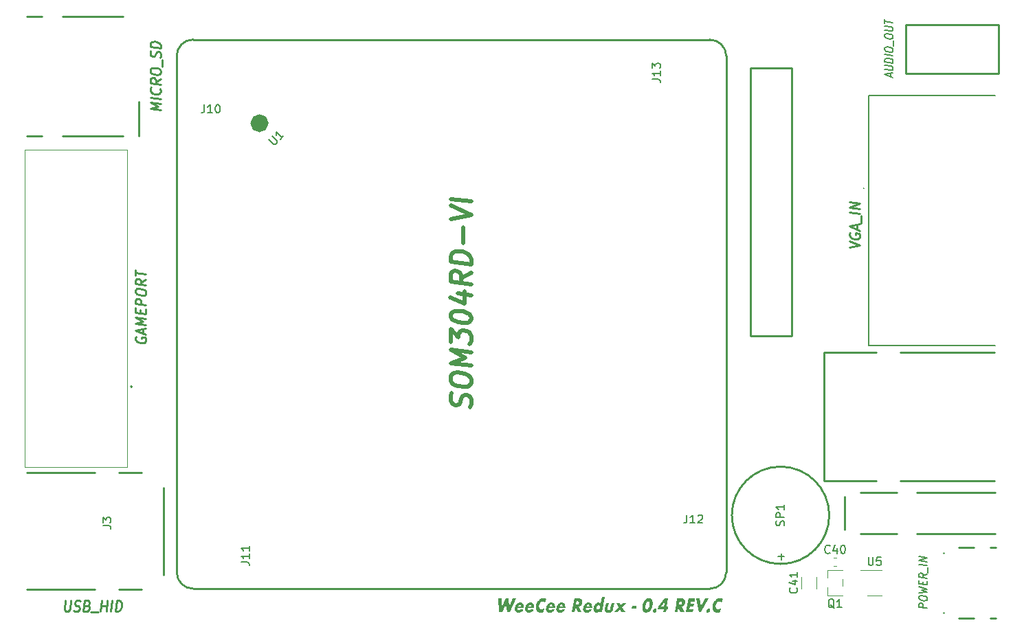
<source format=gbr>
%TF.GenerationSoftware,KiCad,Pcbnew,9.0.0*%
%TF.CreationDate,2025-05-16T22:45:05-04:00*%
%TF.ProjectId,REV.C,5245562e-432e-46b6-9963-61645f706362,0.1*%
%TF.SameCoordinates,Original*%
%TF.FileFunction,Legend,Top*%
%TF.FilePolarity,Positive*%
%FSLAX46Y46*%
G04 Gerber Fmt 4.6, Leading zero omitted, Abs format (unit mm)*
G04 Created by KiCad (PCBNEW 9.0.0) date 2025-05-16 22:45:05*
%MOMM*%
%LPD*%
G01*
G04 APERTURE LIST*
%ADD10C,0.300000*%
%ADD11C,0.150000*%
%ADD12C,0.200000*%
%ADD13C,0.240000*%
%ADD14C,0.500000*%
%ADD15C,0.180000*%
%ADD16C,0.203200*%
%ADD17C,0.120000*%
%ADD18C,0.254000*%
%ADD19C,0.100000*%
%ADD20C,1.127631*%
G04 APERTURE END LIST*
D10*
G36*
X154342344Y-133747288D02*
G01*
X154391584Y-134845794D01*
X154898339Y-133747288D01*
X155197536Y-133747288D01*
X155304221Y-134845794D01*
X155753531Y-133747288D01*
X156146420Y-133747288D01*
X155405778Y-135448000D01*
X155022463Y-135448000D01*
X154917487Y-134462431D01*
X154454842Y-135448000D01*
X154071528Y-135448000D01*
X153949455Y-133747288D01*
X154342344Y-133747288D01*
G37*
G36*
X156743798Y-134251848D02*
G01*
X156811872Y-134264899D01*
X156879271Y-134289306D01*
X156885010Y-134292047D01*
X156948354Y-134331120D01*
X157000928Y-134381513D01*
X157029993Y-134421398D01*
X157064726Y-134490091D01*
X157088400Y-134569556D01*
X157098039Y-134628516D01*
X157102874Y-134707979D01*
X157099428Y-134793471D01*
X157089246Y-134875570D01*
X157084361Y-134904022D01*
X157076496Y-134947790D01*
X156337906Y-134947790D01*
X156329940Y-135032787D01*
X156343619Y-135109723D01*
X156389546Y-135168341D01*
X156456239Y-135193987D01*
X156505457Y-135197895D01*
X156573377Y-135187858D01*
X156639605Y-135153632D01*
X156692098Y-135101441D01*
X156696943Y-135095117D01*
X157036147Y-135095117D01*
X157001287Y-135167121D01*
X156962357Y-135232042D01*
X156904120Y-135307586D01*
X156838649Y-135370539D01*
X156765944Y-135420902D01*
X156686005Y-135458674D01*
X156598832Y-135483856D01*
X156528704Y-135494479D01*
X156454508Y-135498020D01*
X156379735Y-135493670D01*
X156310572Y-135480618D01*
X156240973Y-135456211D01*
X156234982Y-135453471D01*
X156173677Y-135418678D01*
X156116567Y-135370611D01*
X156080425Y-135327637D01*
X156041636Y-135261929D01*
X156014003Y-135187319D01*
X156001779Y-135132633D01*
X155993713Y-135051265D01*
X155995636Y-134971764D01*
X156006375Y-134886996D01*
X156007934Y-134878230D01*
X156025368Y-134798745D01*
X156048049Y-134723835D01*
X156048508Y-134722696D01*
X156388513Y-134722696D01*
X156789951Y-134722696D01*
X156777812Y-134641314D01*
X156744131Y-134577713D01*
X156683904Y-134533159D01*
X156622400Y-134522612D01*
X156550858Y-134534118D01*
X156488182Y-134568637D01*
X156480495Y-134574978D01*
X156429970Y-134633516D01*
X156394609Y-134705195D01*
X156388513Y-134722696D01*
X156048508Y-134722696D01*
X156079405Y-134645967D01*
X156093761Y-134616401D01*
X156133698Y-134546808D01*
X156178712Y-134484083D01*
X156228800Y-134428228D01*
X156239427Y-134417881D01*
X156295306Y-134370292D01*
X156355660Y-134330106D01*
X156420489Y-134297324D01*
X156433991Y-134291656D01*
X156503688Y-134268369D01*
X156576858Y-134253707D01*
X156645680Y-134247885D01*
X156669246Y-134247497D01*
X156743798Y-134251848D01*
G37*
G36*
X158011712Y-134251848D02*
G01*
X158079786Y-134264899D01*
X158147185Y-134289306D01*
X158152923Y-134292047D01*
X158216268Y-134331120D01*
X158268841Y-134381513D01*
X158297906Y-134421398D01*
X158332640Y-134490091D01*
X158356314Y-134569556D01*
X158365952Y-134628516D01*
X158370787Y-134707979D01*
X158367341Y-134793471D01*
X158357159Y-134875570D01*
X158352274Y-134904022D01*
X158344410Y-134947790D01*
X157605819Y-134947790D01*
X157597853Y-135032787D01*
X157611532Y-135109723D01*
X157657459Y-135168341D01*
X157724152Y-135193987D01*
X157773370Y-135197895D01*
X157841291Y-135187858D01*
X157907518Y-135153632D01*
X157960011Y-135101441D01*
X157964856Y-135095117D01*
X158304061Y-135095117D01*
X158269200Y-135167121D01*
X158230270Y-135232042D01*
X158172033Y-135307586D01*
X158106563Y-135370539D01*
X158033858Y-135420902D01*
X157953918Y-135458674D01*
X157866745Y-135483856D01*
X157796618Y-135494479D01*
X157722421Y-135498020D01*
X157647648Y-135493670D01*
X157578486Y-135480618D01*
X157508886Y-135456211D01*
X157502896Y-135453471D01*
X157441590Y-135418678D01*
X157384481Y-135370611D01*
X157348339Y-135327637D01*
X157309550Y-135261929D01*
X157281917Y-135187319D01*
X157269692Y-135132633D01*
X157261626Y-135051265D01*
X157263550Y-134971764D01*
X157274289Y-134886996D01*
X157275847Y-134878230D01*
X157293281Y-134798745D01*
X157315963Y-134723835D01*
X157316422Y-134722696D01*
X157656427Y-134722696D01*
X158057864Y-134722696D01*
X158045725Y-134641314D01*
X158012044Y-134577713D01*
X157951817Y-134533159D01*
X157890314Y-134522612D01*
X157818772Y-134534118D01*
X157756095Y-134568637D01*
X157748408Y-134574978D01*
X157697884Y-134633516D01*
X157662522Y-134705195D01*
X157656427Y-134722696D01*
X157316422Y-134722696D01*
X157347318Y-134645967D01*
X157361674Y-134616401D01*
X157401612Y-134546808D01*
X157446625Y-134484083D01*
X157496714Y-134428228D01*
X157507341Y-134417881D01*
X157563220Y-134370292D01*
X157623574Y-134330106D01*
X157688402Y-134297324D01*
X157701905Y-134291656D01*
X157771602Y-134268369D01*
X157844771Y-134253707D01*
X157913593Y-134247885D01*
X157937159Y-134247497D01*
X158011712Y-134251848D01*
G37*
G36*
X159749099Y-134311977D02*
G01*
X159709653Y-134247566D01*
X159655003Y-134189262D01*
X159591059Y-134149098D01*
X159517821Y-134127072D01*
X159459818Y-134122445D01*
X159386730Y-134129476D01*
X159315867Y-134150569D01*
X159296029Y-134159179D01*
X159234390Y-134193093D01*
X159173691Y-134239426D01*
X159153440Y-134258439D01*
X159101426Y-134318054D01*
X159059105Y-134381582D01*
X159044361Y-134408111D01*
X159011925Y-134480857D01*
X158988518Y-134558117D01*
X158980760Y-134595299D01*
X158970897Y-134676414D01*
X158972393Y-134757710D01*
X158975973Y-134785222D01*
X158995127Y-134861575D01*
X159028808Y-134932039D01*
X159031367Y-134936066D01*
X159078555Y-134993024D01*
X159137369Y-135036499D01*
X159202334Y-135062585D01*
X159270289Y-135072523D01*
X159285771Y-135072842D01*
X159364745Y-135064091D01*
X159432176Y-135042659D01*
X159499368Y-135008367D01*
X159566318Y-134961216D01*
X159621927Y-134912100D01*
X159644124Y-134889953D01*
X159549064Y-135412829D01*
X159508032Y-135428460D01*
X159440648Y-135452732D01*
X159372424Y-135472949D01*
X159337745Y-135481217D01*
X159266274Y-135493278D01*
X159196755Y-135497955D01*
X159187634Y-135498020D01*
X159114779Y-135493868D01*
X159044959Y-135481412D01*
X158978174Y-135460651D01*
X158914424Y-135431586D01*
X158847738Y-135389732D01*
X158787707Y-135339345D01*
X158734329Y-135280427D01*
X158707550Y-135244008D01*
X158665283Y-135172309D01*
X158634252Y-135102608D01*
X158609376Y-135027290D01*
X158592658Y-134956778D01*
X158580541Y-134871611D01*
X158577015Y-134782584D01*
X158580977Y-134701520D01*
X158591516Y-134617502D01*
X158595736Y-134592954D01*
X158613994Y-134508508D01*
X158637651Y-134427167D01*
X158666709Y-134348929D01*
X158701165Y-134273796D01*
X158723279Y-134232256D01*
X158765258Y-134162637D01*
X158810411Y-134097393D01*
X158858739Y-134036525D01*
X158910240Y-133980033D01*
X158941095Y-133949716D01*
X158997293Y-133900228D01*
X159055781Y-133855715D01*
X159116560Y-133816175D01*
X159179630Y-133781610D01*
X159216699Y-133764092D01*
X159282272Y-133738053D01*
X159357333Y-133716127D01*
X159432523Y-133702553D01*
X159507840Y-133697332D01*
X159517264Y-133697267D01*
X159585926Y-133700814D01*
X159657472Y-133712568D01*
X159682421Y-133718760D01*
X159752620Y-133741713D01*
X159819212Y-133771063D01*
X159845184Y-133784413D01*
X159749099Y-134311977D01*
G37*
G36*
X160585836Y-134251848D02*
G01*
X160653910Y-134264899D01*
X160721309Y-134289306D01*
X160727048Y-134292047D01*
X160790392Y-134331120D01*
X160842965Y-134381513D01*
X160872030Y-134421398D01*
X160906764Y-134490091D01*
X160930438Y-134569556D01*
X160940076Y-134628516D01*
X160944912Y-134707979D01*
X160941465Y-134793471D01*
X160931283Y-134875570D01*
X160926399Y-134904022D01*
X160918534Y-134947790D01*
X160179944Y-134947790D01*
X160171978Y-135032787D01*
X160185656Y-135109723D01*
X160231583Y-135168341D01*
X160298276Y-135193987D01*
X160347494Y-135197895D01*
X160415415Y-135187858D01*
X160481642Y-135153632D01*
X160534135Y-135101441D01*
X160538981Y-135095117D01*
X160878185Y-135095117D01*
X160843324Y-135167121D01*
X160804394Y-135232042D01*
X160746158Y-135307586D01*
X160680687Y-135370539D01*
X160607982Y-135420902D01*
X160528043Y-135458674D01*
X160440869Y-135483856D01*
X160370742Y-135494479D01*
X160296545Y-135498020D01*
X160221773Y-135493670D01*
X160152610Y-135480618D01*
X160083010Y-135456211D01*
X160077020Y-135453471D01*
X160015714Y-135418678D01*
X159958605Y-135370611D01*
X159922463Y-135327637D01*
X159883674Y-135261929D01*
X159856041Y-135187319D01*
X159843817Y-135132633D01*
X159835750Y-135051265D01*
X159837674Y-134971764D01*
X159848413Y-134886996D01*
X159849972Y-134878230D01*
X159867406Y-134798745D01*
X159890087Y-134723835D01*
X159890546Y-134722696D01*
X160230551Y-134722696D01*
X160631988Y-134722696D01*
X160619849Y-134641314D01*
X160586168Y-134577713D01*
X160525942Y-134533159D01*
X160464438Y-134522612D01*
X160392896Y-134534118D01*
X160330220Y-134568637D01*
X160322533Y-134574978D01*
X160272008Y-134633516D01*
X160236647Y-134705195D01*
X160230551Y-134722696D01*
X159890546Y-134722696D01*
X159921442Y-134645967D01*
X159935799Y-134616401D01*
X159975736Y-134546808D01*
X160020749Y-134484083D01*
X160070838Y-134428228D01*
X160081465Y-134417881D01*
X160137344Y-134370292D01*
X160197698Y-134330106D01*
X160262526Y-134297324D01*
X160276029Y-134291656D01*
X160345726Y-134268369D01*
X160418896Y-134253707D01*
X160487718Y-134247885D01*
X160511284Y-134247497D01*
X160585836Y-134251848D01*
G37*
G36*
X161853749Y-134251848D02*
G01*
X161921823Y-134264899D01*
X161989223Y-134289306D01*
X161994961Y-134292047D01*
X162058306Y-134331120D01*
X162110879Y-134381513D01*
X162139944Y-134421398D01*
X162174677Y-134490091D01*
X162198351Y-134569556D01*
X162207990Y-134628516D01*
X162212825Y-134707979D01*
X162209379Y-134793471D01*
X162199197Y-134875570D01*
X162194312Y-134904022D01*
X162186448Y-134947790D01*
X161447857Y-134947790D01*
X161439891Y-135032787D01*
X161453570Y-135109723D01*
X161499497Y-135168341D01*
X161566190Y-135193987D01*
X161615408Y-135197895D01*
X161683328Y-135187858D01*
X161749556Y-135153632D01*
X161802049Y-135101441D01*
X161806894Y-135095117D01*
X162146099Y-135095117D01*
X162111238Y-135167121D01*
X162072308Y-135232042D01*
X162014071Y-135307586D01*
X161948600Y-135370539D01*
X161875895Y-135420902D01*
X161795956Y-135458674D01*
X161708783Y-135483856D01*
X161638655Y-135494479D01*
X161564459Y-135498020D01*
X161489686Y-135493670D01*
X161420523Y-135480618D01*
X161350924Y-135456211D01*
X161344933Y-135453471D01*
X161283628Y-135418678D01*
X161226518Y-135370611D01*
X161190376Y-135327637D01*
X161151588Y-135261929D01*
X161123954Y-135187319D01*
X161111730Y-135132633D01*
X161103664Y-135051265D01*
X161105587Y-134971764D01*
X161116326Y-134886996D01*
X161117885Y-134878230D01*
X161135319Y-134798745D01*
X161158000Y-134723835D01*
X161158459Y-134722696D01*
X161498464Y-134722696D01*
X161899902Y-134722696D01*
X161887763Y-134641314D01*
X161854082Y-134577713D01*
X161793855Y-134533159D01*
X161732351Y-134522612D01*
X161660809Y-134534118D01*
X161598133Y-134568637D01*
X161590446Y-134574978D01*
X161539921Y-134633516D01*
X161504560Y-134705195D01*
X161498464Y-134722696D01*
X161158459Y-134722696D01*
X161189356Y-134645967D01*
X161203712Y-134616401D01*
X161243650Y-134546808D01*
X161288663Y-134484083D01*
X161338752Y-134428228D01*
X161349378Y-134417881D01*
X161405258Y-134370292D01*
X161465611Y-134330106D01*
X161530440Y-134297324D01*
X161543942Y-134291656D01*
X161613639Y-134268369D01*
X161686809Y-134253707D01*
X161755631Y-134247885D01*
X161779197Y-134247497D01*
X161853749Y-134251848D01*
G37*
G36*
X163984869Y-133745195D02*
G01*
X164055691Y-133759380D01*
X164117383Y-133783631D01*
X164178687Y-133823335D01*
X164230822Y-133877490D01*
X164245952Y-133899695D01*
X164279565Y-133968393D01*
X164300219Y-134045917D01*
X164303740Y-134069688D01*
X164308380Y-134150119D01*
X164303147Y-134228484D01*
X164295875Y-134276025D01*
X164277143Y-134358793D01*
X164252062Y-134434418D01*
X164215624Y-134512099D01*
X164170894Y-134580450D01*
X164158415Y-134596080D01*
X164103769Y-134652476D01*
X164041386Y-134698956D01*
X163971267Y-134735519D01*
X163903567Y-134759377D01*
X163893412Y-134762166D01*
X164220648Y-135460505D01*
X163752875Y-135460505D01*
X163495736Y-134805152D01*
X163376399Y-135460505D01*
X163010181Y-135460505D01*
X163181693Y-134517923D01*
X163548053Y-134517923D01*
X163622937Y-134517923D01*
X163692407Y-134512618D01*
X163763958Y-134492248D01*
X163813740Y-134463603D01*
X163867063Y-134407023D01*
X163899572Y-134332341D01*
X163905038Y-134307678D01*
X163907516Y-134227825D01*
X163873745Y-134155195D01*
X163870502Y-134151754D01*
X163806709Y-134112765D01*
X163734901Y-134098760D01*
X163699532Y-134097434D01*
X163624647Y-134097434D01*
X163548053Y-134517923D01*
X163181693Y-134517923D01*
X163323056Y-133741035D01*
X163912561Y-133741035D01*
X163984869Y-133745195D01*
G37*
G36*
X165155522Y-134251848D02*
G01*
X165223596Y-134264899D01*
X165290995Y-134289306D01*
X165296734Y-134292047D01*
X165360078Y-134331120D01*
X165412651Y-134381513D01*
X165441716Y-134421398D01*
X165476450Y-134490091D01*
X165500124Y-134569556D01*
X165509762Y-134628516D01*
X165514597Y-134707979D01*
X165511151Y-134793471D01*
X165500969Y-134875570D01*
X165496085Y-134904022D01*
X165488220Y-134947790D01*
X164749630Y-134947790D01*
X164741664Y-135032787D01*
X164755342Y-135109723D01*
X164801269Y-135168341D01*
X164867962Y-135193987D01*
X164917180Y-135197895D01*
X164985101Y-135187858D01*
X165051328Y-135153632D01*
X165103821Y-135101441D01*
X165108667Y-135095117D01*
X165447871Y-135095117D01*
X165413010Y-135167121D01*
X165374080Y-135232042D01*
X165315844Y-135307586D01*
X165250373Y-135370539D01*
X165177668Y-135420902D01*
X165097729Y-135458674D01*
X165010555Y-135483856D01*
X164940428Y-135494479D01*
X164866231Y-135498020D01*
X164791459Y-135493670D01*
X164722296Y-135480618D01*
X164652696Y-135456211D01*
X164646706Y-135453471D01*
X164585400Y-135418678D01*
X164528291Y-135370611D01*
X164492149Y-135327637D01*
X164453360Y-135261929D01*
X164425727Y-135187319D01*
X164413503Y-135132633D01*
X164405436Y-135051265D01*
X164407360Y-134971764D01*
X164418099Y-134886996D01*
X164419658Y-134878230D01*
X164437091Y-134798745D01*
X164459773Y-134723835D01*
X164460232Y-134722696D01*
X164800237Y-134722696D01*
X165201674Y-134722696D01*
X165189535Y-134641314D01*
X165155854Y-134577713D01*
X165095627Y-134533159D01*
X165034124Y-134522612D01*
X164962582Y-134534118D01*
X164899906Y-134568637D01*
X164892219Y-134574978D01*
X164841694Y-134633516D01*
X164806333Y-134705195D01*
X164800237Y-134722696D01*
X164460232Y-134722696D01*
X164491128Y-134645967D01*
X164505484Y-134616401D01*
X164545422Y-134546808D01*
X164590435Y-134484083D01*
X164640524Y-134428228D01*
X164651151Y-134417881D01*
X164707030Y-134370292D01*
X164767384Y-134330106D01*
X164832212Y-134297324D01*
X164845715Y-134291656D01*
X164915412Y-134268369D01*
X164988582Y-134253707D01*
X165057404Y-134247885D01*
X165080969Y-134247497D01*
X165155522Y-134251848D01*
G37*
G36*
X166718520Y-135448000D02*
G01*
X166376238Y-135448000D01*
X166400858Y-135313177D01*
X166346810Y-135367496D01*
X166289300Y-135410575D01*
X166217829Y-135446631D01*
X166141646Y-135467391D01*
X166072595Y-135473010D01*
X166002320Y-135467423D01*
X165932661Y-135448582D01*
X165885212Y-135425725D01*
X165824442Y-135381307D01*
X165773266Y-135324893D01*
X165752882Y-135294810D01*
X165716907Y-135221772D01*
X165693818Y-135145879D01*
X165684836Y-135097853D01*
X165678125Y-135018038D01*
X165681030Y-134933882D01*
X165681142Y-134933062D01*
X166053233Y-134933062D01*
X166056182Y-134957560D01*
X166081539Y-135032103D01*
X166086957Y-135041189D01*
X166139376Y-135092806D01*
X166146113Y-135096681D01*
X166214914Y-135116124D01*
X166229204Y-135116611D01*
X166298894Y-135104446D01*
X166318108Y-135096681D01*
X166378952Y-135057993D01*
X166397096Y-135041189D01*
X166445246Y-134981471D01*
X166458988Y-134958732D01*
X166488357Y-134887889D01*
X166495233Y-134858300D01*
X166498714Y-134778224D01*
X166495575Y-134757085D01*
X166469545Y-134682542D01*
X166464117Y-134673457D01*
X166411698Y-134621839D01*
X166404961Y-134617965D01*
X166337467Y-134598140D01*
X166323579Y-134597644D01*
X166253889Y-134610047D01*
X166234675Y-134617965D01*
X166173959Y-134656653D01*
X166155687Y-134673457D01*
X166107730Y-134732515D01*
X166094138Y-134754741D01*
X166064197Y-134827574D01*
X166058234Y-134854001D01*
X166053233Y-134933062D01*
X165681142Y-134933062D01*
X165692016Y-134853610D01*
X165709360Y-134777162D01*
X165733183Y-134703157D01*
X165763483Y-134631593D01*
X165770321Y-134617574D01*
X165807493Y-134550468D01*
X165853783Y-134482999D01*
X165905729Y-134422180D01*
X165963001Y-134368618D01*
X166024799Y-134323461D01*
X166084905Y-134289702D01*
X166154365Y-134262113D01*
X166225926Y-134245977D01*
X166292805Y-134241244D01*
X166368387Y-134248575D01*
X166435363Y-134270566D01*
X166501368Y-134313650D01*
X166556132Y-134375883D01*
X166568066Y-134394434D01*
X166717494Y-133572214D01*
X167059776Y-133572214D01*
X166718520Y-135448000D01*
G37*
G36*
X167551828Y-134297518D02*
G01*
X167432149Y-134956387D01*
X167425382Y-135040745D01*
X167447793Y-135118760D01*
X167505203Y-135162525D01*
X167574054Y-135172884D01*
X167646967Y-135162525D01*
X167713586Y-135125314D01*
X167762382Y-135061042D01*
X167790458Y-134982604D01*
X167795973Y-134956387D01*
X167915652Y-134297518D01*
X168258276Y-134297518D01*
X168125261Y-135028293D01*
X168105362Y-135112245D01*
X168077721Y-135187954D01*
X168042338Y-135255420D01*
X167991273Y-135323712D01*
X167929672Y-135380784D01*
X167868531Y-135420626D01*
X167799745Y-135452225D01*
X167723313Y-135475581D01*
X167653780Y-135488747D01*
X167578937Y-135496189D01*
X167515240Y-135498020D01*
X167437382Y-135495158D01*
X167366870Y-135486572D01*
X167291953Y-135468711D01*
X167217921Y-135437456D01*
X167158287Y-135394980D01*
X167143893Y-135380784D01*
X167098394Y-135314643D01*
X167072001Y-135233847D01*
X167064579Y-135151130D01*
X167069860Y-135071299D01*
X167076531Y-135028293D01*
X167209546Y-134297518D01*
X167551828Y-134297518D01*
G37*
G36*
X168786231Y-134824301D02*
G01*
X168483272Y-134297518D01*
X168935659Y-134297518D01*
X169061151Y-134535117D01*
X169276915Y-134297518D01*
X169729644Y-134297518D01*
X169225282Y-134824692D01*
X169604494Y-135448000D01*
X169144242Y-135448000D01*
X168955150Y-135107232D01*
X168640223Y-135448000D01*
X168182023Y-135448000D01*
X168786231Y-134824301D01*
G37*
G36*
X170442930Y-134672675D02*
G01*
X170999609Y-134672675D01*
X170936008Y-135022822D01*
X170379330Y-135022822D01*
X170442930Y-134672675D01*
G37*
G36*
X172576439Y-133702367D02*
G01*
X172643935Y-133717669D01*
X172712904Y-133746634D01*
X172738715Y-133761747D01*
X172797867Y-133807237D01*
X172848804Y-133863108D01*
X172891527Y-133929359D01*
X172899085Y-133943854D01*
X172931683Y-134021898D01*
X172953541Y-134100294D01*
X172968312Y-134186418D01*
X172972602Y-134227176D01*
X172976727Y-134312563D01*
X172975042Y-134391124D01*
X172968415Y-134473275D01*
X172956847Y-134559017D01*
X172950376Y-134596862D01*
X172932387Y-134683990D01*
X172910733Y-134767565D01*
X172885413Y-134847587D01*
X172856428Y-134924056D01*
X172838220Y-134966157D01*
X172804149Y-135036557D01*
X172762005Y-135111472D01*
X172716441Y-135180477D01*
X172667458Y-135243571D01*
X172661095Y-135251042D01*
X172608714Y-135306876D01*
X172553469Y-135355969D01*
X172495361Y-135398321D01*
X172434389Y-135433931D01*
X172363646Y-135464912D01*
X172291443Y-135485753D01*
X172217780Y-135496456D01*
X172176224Y-135498020D01*
X172102512Y-135492951D01*
X172034481Y-135477742D01*
X171965552Y-135448952D01*
X171939944Y-135433931D01*
X171881413Y-135388365D01*
X171830630Y-135332265D01*
X171787593Y-135265633D01*
X171779916Y-135251042D01*
X171749826Y-135180477D01*
X171726878Y-135102431D01*
X171711070Y-135016904D01*
X171705373Y-134966157D01*
X171701398Y-134880794D01*
X171703179Y-134802295D01*
X171703392Y-134799681D01*
X172074668Y-134799681D01*
X172079762Y-134879720D01*
X172095526Y-134957560D01*
X172127824Y-135029337D01*
X172153998Y-135061119D01*
X172218589Y-135094947D01*
X172249057Y-135097853D01*
X172316644Y-135083504D01*
X172356427Y-135061119D01*
X172412638Y-135010272D01*
X172452170Y-134957560D01*
X172490853Y-134889588D01*
X172523298Y-134816541D01*
X172529790Y-134799681D01*
X172555259Y-134722093D01*
X172574661Y-134644635D01*
X172584159Y-134596862D01*
X172596148Y-134517214D01*
X172602625Y-134436387D01*
X172603307Y-134395215D01*
X172598609Y-134314312D01*
X172583475Y-134236946D01*
X172551658Y-134166176D01*
X172525003Y-134134559D01*
X172460842Y-134100371D01*
X172431311Y-134097434D01*
X172362229Y-134111936D01*
X172322575Y-134134559D01*
X172266868Y-134185035D01*
X172226831Y-134236946D01*
X172187582Y-134304420D01*
X172154745Y-134378086D01*
X172148185Y-134395215D01*
X172122773Y-134472987D01*
X172103523Y-134549813D01*
X172094159Y-134596862D01*
X172081961Y-134677590D01*
X172075367Y-134758721D01*
X172074668Y-134799681D01*
X171703392Y-134799681D01*
X171709869Y-134720243D01*
X171721467Y-134634638D01*
X171727941Y-134596862D01*
X171745914Y-134509582D01*
X171767519Y-134425892D01*
X171792757Y-134345793D01*
X171821627Y-134269284D01*
X171839755Y-134227176D01*
X171873992Y-134156851D01*
X171916366Y-134082205D01*
X171962202Y-134013664D01*
X172011500Y-133951229D01*
X172017906Y-133943854D01*
X172070650Y-133888362D01*
X172125959Y-133839514D01*
X172183832Y-133797309D01*
X172244270Y-133761747D01*
X172314706Y-133730577D01*
X172387144Y-133709609D01*
X172461583Y-133698841D01*
X172503803Y-133697267D01*
X172576439Y-133702367D01*
G37*
G36*
X173008164Y-135235801D02*
G01*
X173030721Y-135160947D01*
X173044068Y-135133415D01*
X173087254Y-135070577D01*
X173107327Y-135049395D01*
X173164791Y-135005631D01*
X173189392Y-134993122D01*
X173257674Y-134974071D01*
X173280690Y-134972801D01*
X173349834Y-134986216D01*
X173364124Y-134993122D01*
X173419737Y-135040566D01*
X173426015Y-135049395D01*
X173456795Y-135121587D01*
X173459183Y-135133415D01*
X173461270Y-135212336D01*
X173457815Y-135235801D01*
X173435258Y-135310138D01*
X173421912Y-135337797D01*
X173378549Y-135400635D01*
X173358311Y-135421817D01*
X173300670Y-135465221D01*
X173275903Y-135477699D01*
X173207943Y-135496750D01*
X173184947Y-135498020D01*
X173115577Y-135484605D01*
X173101172Y-135477699D01*
X173045895Y-135430554D01*
X173039623Y-135421817D01*
X173009179Y-135349625D01*
X173006796Y-135337797D01*
X173004709Y-135258981D01*
X173008164Y-135235801D01*
G37*
G36*
X174726413Y-134747706D02*
G01*
X174897725Y-134747706D01*
X174833782Y-135097853D01*
X174662470Y-135097853D01*
X174598869Y-135448000D01*
X174256245Y-135448000D01*
X174319846Y-135097853D01*
X173613740Y-135097853D01*
X173667424Y-134803589D01*
X173707150Y-134747706D01*
X174048004Y-134747706D01*
X174383789Y-134747706D01*
X174504152Y-134086101D01*
X174048004Y-134747706D01*
X173707150Y-134747706D01*
X174418325Y-133747288D01*
X174908325Y-133747288D01*
X174726413Y-134747706D01*
G37*
G36*
X176648958Y-133745195D02*
G01*
X176719781Y-133759380D01*
X176781472Y-133783631D01*
X176842776Y-133823335D01*
X176894911Y-133877490D01*
X176910041Y-133899695D01*
X176943654Y-133968393D01*
X176964308Y-134045917D01*
X176967829Y-134069688D01*
X176972470Y-134150119D01*
X176967237Y-134228484D01*
X176959965Y-134276025D01*
X176941232Y-134358793D01*
X176916151Y-134434418D01*
X176879713Y-134512099D01*
X176834983Y-134580450D01*
X176822505Y-134596080D01*
X176767858Y-134652476D01*
X176705476Y-134698956D01*
X176635357Y-134735519D01*
X176567656Y-134759377D01*
X176557501Y-134762166D01*
X176884738Y-135460505D01*
X176416964Y-135460505D01*
X176159825Y-134805152D01*
X176040488Y-135460505D01*
X175674270Y-135460505D01*
X175845782Y-134517923D01*
X176212142Y-134517923D01*
X176287027Y-134517923D01*
X176356497Y-134512618D01*
X176428048Y-134492248D01*
X176477829Y-134463603D01*
X176531152Y-134407023D01*
X176563662Y-134332341D01*
X176569127Y-134307678D01*
X176571605Y-134227825D01*
X176537834Y-134155195D01*
X176534591Y-134151754D01*
X176470798Y-134112765D01*
X176398991Y-134098760D01*
X176363621Y-134097434D01*
X176288736Y-134097434D01*
X176212142Y-134517923D01*
X175845782Y-134517923D01*
X175987145Y-133741035D01*
X176576650Y-133741035D01*
X176648958Y-133745195D01*
G37*
G36*
X178131451Y-134122445D02*
G01*
X177673593Y-134122445D01*
X177623670Y-134397560D01*
X178060327Y-134397560D01*
X177991939Y-134772717D01*
X177555282Y-134772717D01*
X177500914Y-135072842D01*
X177958771Y-135072842D01*
X177890383Y-135448000D01*
X177066308Y-135448000D01*
X177375764Y-133747288D01*
X178199839Y-133747288D01*
X178131451Y-134122445D01*
G37*
G36*
X178750362Y-133747288D02*
G01*
X178910732Y-134782487D01*
X179450314Y-133747288D01*
X179858590Y-133747288D01*
X178939455Y-135448000D01*
X178640258Y-135448000D01*
X178342086Y-133747288D01*
X178750362Y-133747288D01*
G37*
G36*
X179591193Y-135235801D02*
G01*
X179613750Y-135160947D01*
X179627096Y-135133415D01*
X179670283Y-135070577D01*
X179690355Y-135049395D01*
X179747819Y-135005631D01*
X179772421Y-134993122D01*
X179840702Y-134974071D01*
X179863719Y-134972801D01*
X179932863Y-134986216D01*
X179947152Y-134993122D01*
X180002766Y-135040566D01*
X180009043Y-135049395D01*
X180039823Y-135121587D01*
X180042212Y-135133415D01*
X180044299Y-135212336D01*
X180040844Y-135235801D01*
X180018287Y-135310138D01*
X180004940Y-135337797D01*
X179961577Y-135400635D01*
X179941339Y-135421817D01*
X179883699Y-135465221D01*
X179858932Y-135477699D01*
X179790971Y-135496750D01*
X179767976Y-135498020D01*
X179698606Y-135484605D01*
X179684200Y-135477699D01*
X179628924Y-135430554D01*
X179622651Y-135421817D01*
X179592208Y-135349625D01*
X179589825Y-135337797D01*
X179587738Y-135258981D01*
X179591193Y-135235801D01*
G37*
G36*
X181506057Y-134311977D02*
G01*
X181466611Y-134247566D01*
X181411960Y-134189262D01*
X181348016Y-134149098D01*
X181274778Y-134127072D01*
X181216775Y-134122445D01*
X181143687Y-134129476D01*
X181072824Y-134150569D01*
X181052986Y-134159179D01*
X180991348Y-134193093D01*
X180930648Y-134239426D01*
X180910397Y-134258439D01*
X180858384Y-134318054D01*
X180816063Y-134381582D01*
X180801318Y-134408111D01*
X180768882Y-134480857D01*
X180745475Y-134558117D01*
X180737718Y-134595299D01*
X180727855Y-134676414D01*
X180729351Y-134757710D01*
X180732930Y-134785222D01*
X180752084Y-134861575D01*
X180785765Y-134932039D01*
X180788325Y-134936066D01*
X180835512Y-134993024D01*
X180894326Y-135036499D01*
X180959291Y-135062585D01*
X181027247Y-135072523D01*
X181042728Y-135072842D01*
X181121702Y-135064091D01*
X181189134Y-135042659D01*
X181256325Y-135008367D01*
X181323276Y-134961216D01*
X181378884Y-134912100D01*
X181401081Y-134889953D01*
X181306022Y-135412829D01*
X181264989Y-135428460D01*
X181197605Y-135452732D01*
X181129382Y-135472949D01*
X181094703Y-135481217D01*
X181023231Y-135493278D01*
X180953713Y-135497955D01*
X180944591Y-135498020D01*
X180871737Y-135493868D01*
X180801917Y-135481412D01*
X180735132Y-135460651D01*
X180671381Y-135431586D01*
X180604696Y-135389732D01*
X180544664Y-135339345D01*
X180491287Y-135280427D01*
X180464508Y-135244008D01*
X180422241Y-135172309D01*
X180391209Y-135102608D01*
X180366333Y-135027290D01*
X180349616Y-134956778D01*
X180337498Y-134871611D01*
X180333972Y-134782584D01*
X180337934Y-134701520D01*
X180348474Y-134617502D01*
X180352693Y-134592954D01*
X180370951Y-134508508D01*
X180394609Y-134427167D01*
X180423666Y-134348929D01*
X180458123Y-134273796D01*
X180480237Y-134232256D01*
X180522216Y-134162637D01*
X180567369Y-134097393D01*
X180615696Y-134036525D01*
X180667198Y-133980033D01*
X180698053Y-133949716D01*
X180754250Y-133900228D01*
X180812739Y-133855715D01*
X180873518Y-133816175D01*
X180936588Y-133781610D01*
X180973656Y-133764092D01*
X181039230Y-133738053D01*
X181114291Y-133716127D01*
X181189480Y-133702553D01*
X181264798Y-133697332D01*
X181274221Y-133697267D01*
X181342884Y-133700814D01*
X181414429Y-133712568D01*
X181439378Y-133718760D01*
X181509578Y-133741713D01*
X181576169Y-133771063D01*
X181602142Y-133784413D01*
X181506057Y-134311977D01*
G37*
D11*
X122289819Y-129257506D02*
X123004104Y-129257506D01*
X123004104Y-129257506D02*
X123146961Y-129305125D01*
X123146961Y-129305125D02*
X123242200Y-129400363D01*
X123242200Y-129400363D02*
X123289819Y-129543220D01*
X123289819Y-129543220D02*
X123289819Y-129638458D01*
X123289819Y-128257506D02*
X123289819Y-128828934D01*
X123289819Y-128543220D02*
X122289819Y-128543220D01*
X122289819Y-128543220D02*
X122432676Y-128638458D01*
X122432676Y-128638458D02*
X122527914Y-128733696D01*
X122527914Y-128733696D02*
X122575533Y-128828934D01*
X123289819Y-127305125D02*
X123289819Y-127876553D01*
X123289819Y-127590839D02*
X122289819Y-127590839D01*
X122289819Y-127590839D02*
X122432676Y-127686077D01*
X122432676Y-127686077D02*
X122527914Y-127781315D01*
X122527914Y-127781315D02*
X122575533Y-127876553D01*
X117722493Y-72889819D02*
X117722493Y-73604104D01*
X117722493Y-73604104D02*
X117674874Y-73746961D01*
X117674874Y-73746961D02*
X117579636Y-73842200D01*
X117579636Y-73842200D02*
X117436779Y-73889819D01*
X117436779Y-73889819D02*
X117341541Y-73889819D01*
X118722493Y-73889819D02*
X118151065Y-73889819D01*
X118436779Y-73889819D02*
X118436779Y-72889819D01*
X118436779Y-72889819D02*
X118341541Y-73032676D01*
X118341541Y-73032676D02*
X118246303Y-73127914D01*
X118246303Y-73127914D02*
X118151065Y-73175533D01*
X119341541Y-72889819D02*
X119436779Y-72889819D01*
X119436779Y-72889819D02*
X119532017Y-72937438D01*
X119532017Y-72937438D02*
X119579636Y-72985057D01*
X119579636Y-72985057D02*
X119627255Y-73080295D01*
X119627255Y-73080295D02*
X119674874Y-73270771D01*
X119674874Y-73270771D02*
X119674874Y-73508866D01*
X119674874Y-73508866D02*
X119627255Y-73699342D01*
X119627255Y-73699342D02*
X119579636Y-73794580D01*
X119579636Y-73794580D02*
X119532017Y-73842200D01*
X119532017Y-73842200D02*
X119436779Y-73889819D01*
X119436779Y-73889819D02*
X119341541Y-73889819D01*
X119341541Y-73889819D02*
X119246303Y-73842200D01*
X119246303Y-73842200D02*
X119198684Y-73794580D01*
X119198684Y-73794580D02*
X119151065Y-73699342D01*
X119151065Y-73699342D02*
X119103446Y-73508866D01*
X119103446Y-73508866D02*
X119103446Y-73270771D01*
X119103446Y-73270771D02*
X119151065Y-73080295D01*
X119151065Y-73080295D02*
X119198684Y-72985057D01*
X119198684Y-72985057D02*
X119246303Y-72937438D01*
X119246303Y-72937438D02*
X119341541Y-72889819D01*
X172909819Y-69727506D02*
X173624104Y-69727506D01*
X173624104Y-69727506D02*
X173766961Y-69775125D01*
X173766961Y-69775125D02*
X173862200Y-69870363D01*
X173862200Y-69870363D02*
X173909819Y-70013220D01*
X173909819Y-70013220D02*
X173909819Y-70108458D01*
X173909819Y-68727506D02*
X173909819Y-69298934D01*
X173909819Y-69013220D02*
X172909819Y-69013220D01*
X172909819Y-69013220D02*
X173052676Y-69108458D01*
X173052676Y-69108458D02*
X173147914Y-69203696D01*
X173147914Y-69203696D02*
X173195533Y-69298934D01*
X172909819Y-68394172D02*
X172909819Y-67775125D01*
X172909819Y-67775125D02*
X173290771Y-68108458D01*
X173290771Y-68108458D02*
X173290771Y-67965601D01*
X173290771Y-67965601D02*
X173338390Y-67870363D01*
X173338390Y-67870363D02*
X173386009Y-67822744D01*
X173386009Y-67822744D02*
X173481247Y-67775125D01*
X173481247Y-67775125D02*
X173719342Y-67775125D01*
X173719342Y-67775125D02*
X173814580Y-67822744D01*
X173814580Y-67822744D02*
X173862200Y-67870363D01*
X173862200Y-67870363D02*
X173909819Y-67965601D01*
X173909819Y-67965601D02*
X173909819Y-68251315D01*
X173909819Y-68251315D02*
X173862200Y-68346553D01*
X173862200Y-68346553D02*
X173814580Y-68394172D01*
X177182493Y-123449819D02*
X177182493Y-124164104D01*
X177182493Y-124164104D02*
X177134874Y-124306961D01*
X177134874Y-124306961D02*
X177039636Y-124402200D01*
X177039636Y-124402200D02*
X176896779Y-124449819D01*
X176896779Y-124449819D02*
X176801541Y-124449819D01*
X178182493Y-124449819D02*
X177611065Y-124449819D01*
X177896779Y-124449819D02*
X177896779Y-123449819D01*
X177896779Y-123449819D02*
X177801541Y-123592676D01*
X177801541Y-123592676D02*
X177706303Y-123687914D01*
X177706303Y-123687914D02*
X177611065Y-123735533D01*
X178563446Y-123545057D02*
X178611065Y-123497438D01*
X178611065Y-123497438D02*
X178706303Y-123449819D01*
X178706303Y-123449819D02*
X178944398Y-123449819D01*
X178944398Y-123449819D02*
X179039636Y-123497438D01*
X179039636Y-123497438D02*
X179087255Y-123545057D01*
X179087255Y-123545057D02*
X179134874Y-123640295D01*
X179134874Y-123640295D02*
X179134874Y-123735533D01*
X179134874Y-123735533D02*
X179087255Y-123878390D01*
X179087255Y-123878390D02*
X178515827Y-124449819D01*
X178515827Y-124449819D02*
X179134874Y-124449819D01*
X199558095Y-128654819D02*
X199558095Y-129464342D01*
X199558095Y-129464342D02*
X199605714Y-129559580D01*
X199605714Y-129559580D02*
X199653333Y-129607200D01*
X199653333Y-129607200D02*
X199748571Y-129654819D01*
X199748571Y-129654819D02*
X199939047Y-129654819D01*
X199939047Y-129654819D02*
X200034285Y-129607200D01*
X200034285Y-129607200D02*
X200081904Y-129559580D01*
X200081904Y-129559580D02*
X200129523Y-129464342D01*
X200129523Y-129464342D02*
X200129523Y-128654819D01*
X201081904Y-128654819D02*
X200605714Y-128654819D01*
X200605714Y-128654819D02*
X200558095Y-129131009D01*
X200558095Y-129131009D02*
X200605714Y-129083390D01*
X200605714Y-129083390D02*
X200700952Y-129035771D01*
X200700952Y-129035771D02*
X200939047Y-129035771D01*
X200939047Y-129035771D02*
X201034285Y-129083390D01*
X201034285Y-129083390D02*
X201081904Y-129131009D01*
X201081904Y-129131009D02*
X201129523Y-129226247D01*
X201129523Y-129226247D02*
X201129523Y-129464342D01*
X201129523Y-129464342D02*
X201081904Y-129559580D01*
X201081904Y-129559580D02*
X201034285Y-129607200D01*
X201034285Y-129607200D02*
X200939047Y-129654819D01*
X200939047Y-129654819D02*
X200700952Y-129654819D01*
X200700952Y-129654819D02*
X200605714Y-129607200D01*
X200605714Y-129607200D02*
X200558095Y-129559580D01*
D12*
X105238719Y-124775833D02*
X105953004Y-124775833D01*
X105953004Y-124775833D02*
X106095861Y-124823452D01*
X106095861Y-124823452D02*
X106191100Y-124918690D01*
X106191100Y-124918690D02*
X106238719Y-125061547D01*
X106238719Y-125061547D02*
X106238719Y-125156785D01*
X105238719Y-124394880D02*
X105238719Y-123775833D01*
X105238719Y-123775833D02*
X105619671Y-124109166D01*
X105619671Y-124109166D02*
X105619671Y-123966309D01*
X105619671Y-123966309D02*
X105667290Y-123871071D01*
X105667290Y-123871071D02*
X105714909Y-123823452D01*
X105714909Y-123823452D02*
X105810147Y-123775833D01*
X105810147Y-123775833D02*
X106048242Y-123775833D01*
X106048242Y-123775833D02*
X106143480Y-123823452D01*
X106143480Y-123823452D02*
X106191100Y-123871071D01*
X106191100Y-123871071D02*
X106238719Y-123966309D01*
X106238719Y-123966309D02*
X106238719Y-124252023D01*
X106238719Y-124252023D02*
X106191100Y-124347261D01*
X106191100Y-124347261D02*
X106143480Y-124394880D01*
D13*
X100619047Y-134008924D02*
X100487499Y-135061305D01*
X100487499Y-135061305D02*
X100529166Y-135185115D01*
X100529166Y-135185115D02*
X100578571Y-135247020D01*
X100578571Y-135247020D02*
X100685118Y-135308924D01*
X100685118Y-135308924D02*
X100913690Y-135308924D01*
X100913690Y-135308924D02*
X101035713Y-135247020D01*
X101035713Y-135247020D02*
X101100594Y-135185115D01*
X101100594Y-135185115D02*
X101173213Y-135061305D01*
X101173213Y-135061305D02*
X101304761Y-134008924D01*
X101664285Y-135247020D02*
X101827975Y-135308924D01*
X101827975Y-135308924D02*
X102113690Y-135308924D01*
X102113690Y-135308924D02*
X102235714Y-135247020D01*
X102235714Y-135247020D02*
X102300594Y-135185115D01*
X102300594Y-135185115D02*
X102373214Y-135061305D01*
X102373214Y-135061305D02*
X102388690Y-134937496D01*
X102388690Y-134937496D02*
X102347023Y-134813686D01*
X102347023Y-134813686D02*
X102297618Y-134751781D01*
X102297618Y-134751781D02*
X102191071Y-134689877D01*
X102191071Y-134689877D02*
X101970237Y-134627972D01*
X101970237Y-134627972D02*
X101863690Y-134566067D01*
X101863690Y-134566067D02*
X101814285Y-134504162D01*
X101814285Y-134504162D02*
X101772618Y-134380353D01*
X101772618Y-134380353D02*
X101788094Y-134256543D01*
X101788094Y-134256543D02*
X101860714Y-134132734D01*
X101860714Y-134132734D02*
X101925594Y-134070829D01*
X101925594Y-134070829D02*
X102047618Y-134008924D01*
X102047618Y-134008924D02*
X102333333Y-134008924D01*
X102333333Y-134008924D02*
X102497023Y-134070829D01*
X103341666Y-134627972D02*
X103505356Y-134689877D01*
X103505356Y-134689877D02*
X103554761Y-134751781D01*
X103554761Y-134751781D02*
X103596428Y-134875591D01*
X103596428Y-134875591D02*
X103573213Y-135061305D01*
X103573213Y-135061305D02*
X103500594Y-135185115D01*
X103500594Y-135185115D02*
X103435713Y-135247020D01*
X103435713Y-135247020D02*
X103313690Y-135308924D01*
X103313690Y-135308924D02*
X102856547Y-135308924D01*
X102856547Y-135308924D02*
X103019047Y-134008924D01*
X103019047Y-134008924D02*
X103419047Y-134008924D01*
X103419047Y-134008924D02*
X103525594Y-134070829D01*
X103525594Y-134070829D02*
X103574999Y-134132734D01*
X103574999Y-134132734D02*
X103616666Y-134256543D01*
X103616666Y-134256543D02*
X103601190Y-134380353D01*
X103601190Y-134380353D02*
X103528571Y-134504162D01*
X103528571Y-134504162D02*
X103463690Y-134566067D01*
X103463690Y-134566067D02*
X103341666Y-134627972D01*
X103341666Y-134627972D02*
X102941666Y-134627972D01*
X103755356Y-135432734D02*
X104669642Y-135432734D01*
X104970833Y-135308924D02*
X105133333Y-134008924D01*
X105055952Y-134627972D02*
X105741666Y-134627972D01*
X105656547Y-135308924D02*
X105819047Y-134008924D01*
X106227976Y-135308924D02*
X106390476Y-134008924D01*
X106799405Y-135308924D02*
X106961905Y-134008924D01*
X106961905Y-134008924D02*
X107247619Y-134008924D01*
X107247619Y-134008924D02*
X107411309Y-134070829D01*
X107411309Y-134070829D02*
X107510119Y-134194639D01*
X107510119Y-134194639D02*
X107551786Y-134318448D01*
X107551786Y-134318448D02*
X107577976Y-134566067D01*
X107577976Y-134566067D02*
X107554762Y-134751781D01*
X107554762Y-134751781D02*
X107466667Y-134999400D01*
X107466667Y-134999400D02*
X107394048Y-135123210D01*
X107394048Y-135123210D02*
X107264286Y-135247020D01*
X107264286Y-135247020D02*
X107085119Y-135308924D01*
X107085119Y-135308924D02*
X106799405Y-135308924D01*
X109320829Y-101497261D02*
X109258924Y-101603809D01*
X109258924Y-101603809D02*
X109258924Y-101775237D01*
X109258924Y-101775237D02*
X109320829Y-101954404D01*
X109320829Y-101954404D02*
X109444639Y-102084166D01*
X109444639Y-102084166D02*
X109568448Y-102156785D01*
X109568448Y-102156785D02*
X109816067Y-102244880D01*
X109816067Y-102244880D02*
X110001781Y-102268094D01*
X110001781Y-102268094D02*
X110249400Y-102241904D01*
X110249400Y-102241904D02*
X110373210Y-102200237D01*
X110373210Y-102200237D02*
X110497020Y-102101428D01*
X110497020Y-102101428D02*
X110558924Y-101937737D01*
X110558924Y-101937737D02*
X110558924Y-101823451D01*
X110558924Y-101823451D02*
X110497020Y-101644285D01*
X110497020Y-101644285D02*
X110435115Y-101579404D01*
X110435115Y-101579404D02*
X110001781Y-101525237D01*
X110001781Y-101525237D02*
X110001781Y-101753809D01*
X110187496Y-101091309D02*
X110187496Y-100519880D01*
X110558924Y-101252023D02*
X109258924Y-100689523D01*
X109258924Y-100689523D02*
X110558924Y-100452023D01*
X110558924Y-100052023D02*
X109258924Y-99889523D01*
X109258924Y-99889523D02*
X110187496Y-99605595D01*
X110187496Y-99605595D02*
X109258924Y-99089523D01*
X109258924Y-99089523D02*
X110558924Y-99252023D01*
X109877972Y-98595475D02*
X109877972Y-98195475D01*
X110558924Y-98109166D02*
X110558924Y-98680594D01*
X110558924Y-98680594D02*
X109258924Y-98518094D01*
X109258924Y-98518094D02*
X109258924Y-97946666D01*
X110558924Y-97594880D02*
X109258924Y-97432380D01*
X109258924Y-97432380D02*
X109258924Y-96975237D01*
X109258924Y-96975237D02*
X109320829Y-96868690D01*
X109320829Y-96868690D02*
X109382734Y-96819285D01*
X109382734Y-96819285D02*
X109506543Y-96777618D01*
X109506543Y-96777618D02*
X109692258Y-96800833D01*
X109692258Y-96800833D02*
X109816067Y-96873452D01*
X109816067Y-96873452D02*
X109877972Y-96938333D01*
X109877972Y-96938333D02*
X109939877Y-97060357D01*
X109939877Y-97060357D02*
X109939877Y-97517499D01*
X109258924Y-96003809D02*
X109258924Y-95775237D01*
X109258924Y-95775237D02*
X109320829Y-95668690D01*
X109320829Y-95668690D02*
X109444639Y-95569880D01*
X109444639Y-95569880D02*
X109692258Y-95543690D01*
X109692258Y-95543690D02*
X110125591Y-95597857D01*
X110125591Y-95597857D02*
X110373210Y-95685952D01*
X110373210Y-95685952D02*
X110497020Y-95815714D01*
X110497020Y-95815714D02*
X110558924Y-95937737D01*
X110558924Y-95937737D02*
X110558924Y-96166309D01*
X110558924Y-96166309D02*
X110497020Y-96272857D01*
X110497020Y-96272857D02*
X110373210Y-96371666D01*
X110373210Y-96371666D02*
X110125591Y-96397857D01*
X110125591Y-96397857D02*
X109692258Y-96343690D01*
X109692258Y-96343690D02*
X109444639Y-96255595D01*
X109444639Y-96255595D02*
X109320829Y-96125833D01*
X109320829Y-96125833D02*
X109258924Y-96003809D01*
X110558924Y-94452023D02*
X109939877Y-94774642D01*
X110558924Y-95137737D02*
X109258924Y-94975237D01*
X109258924Y-94975237D02*
X109258924Y-94518094D01*
X109258924Y-94518094D02*
X109320829Y-94411547D01*
X109320829Y-94411547D02*
X109382734Y-94362142D01*
X109382734Y-94362142D02*
X109506543Y-94320475D01*
X109506543Y-94320475D02*
X109692258Y-94343690D01*
X109692258Y-94343690D02*
X109816067Y-94416309D01*
X109816067Y-94416309D02*
X109877972Y-94481190D01*
X109877972Y-94481190D02*
X109939877Y-94603214D01*
X109939877Y-94603214D02*
X109939877Y-95060356D01*
X109258924Y-93946666D02*
X109258924Y-93260952D01*
X110558924Y-93766309D02*
X109258924Y-93603809D01*
D11*
X125675750Y-77153246D02*
X126248170Y-77725666D01*
X126248170Y-77725666D02*
X126349185Y-77759338D01*
X126349185Y-77759338D02*
X126416529Y-77759338D01*
X126416529Y-77759338D02*
X126517544Y-77725666D01*
X126517544Y-77725666D02*
X126652231Y-77590979D01*
X126652231Y-77590979D02*
X126685903Y-77489964D01*
X126685903Y-77489964D02*
X126685903Y-77422620D01*
X126685903Y-77422620D02*
X126652231Y-77321605D01*
X126652231Y-77321605D02*
X126079811Y-76749185D01*
X127494025Y-76749185D02*
X127089964Y-77153246D01*
X127291994Y-76951216D02*
X126584888Y-76244109D01*
X126584888Y-76244109D02*
X126618559Y-76412468D01*
X126618559Y-76412468D02*
X126618559Y-76547155D01*
X126618559Y-76547155D02*
X126584888Y-76648170D01*
D14*
X150490100Y-110151694D02*
X150609147Y-109809432D01*
X150609147Y-109809432D02*
X150609147Y-109214194D01*
X150609147Y-109214194D02*
X150490100Y-108961218D01*
X150490100Y-108961218D02*
X150371052Y-108827289D01*
X150371052Y-108827289D02*
X150132957Y-108678480D01*
X150132957Y-108678480D02*
X149894861Y-108648718D01*
X149894861Y-108648718D02*
X149656766Y-108738004D01*
X149656766Y-108738004D02*
X149537719Y-108842170D01*
X149537719Y-108842170D02*
X149418671Y-109065385D01*
X149418671Y-109065385D02*
X149299623Y-109526694D01*
X149299623Y-109526694D02*
X149180576Y-109749908D01*
X149180576Y-109749908D02*
X149061528Y-109854075D01*
X149061528Y-109854075D02*
X148823433Y-109943361D01*
X148823433Y-109943361D02*
X148585338Y-109913599D01*
X148585338Y-109913599D02*
X148347242Y-109764789D01*
X148347242Y-109764789D02*
X148228195Y-109630861D01*
X148228195Y-109630861D02*
X148109147Y-109377885D01*
X148109147Y-109377885D02*
X148109147Y-108782646D01*
X148109147Y-108782646D02*
X148228195Y-108440385D01*
X148109147Y-106877885D02*
X148109147Y-106401694D01*
X148109147Y-106401694D02*
X148228195Y-106178480D01*
X148228195Y-106178480D02*
X148466290Y-105970147D01*
X148466290Y-105970147D02*
X148942480Y-105910623D01*
X148942480Y-105910623D02*
X149775814Y-106014790D01*
X149775814Y-106014790D02*
X150252004Y-106193361D01*
X150252004Y-106193361D02*
X150490100Y-106461218D01*
X150490100Y-106461218D02*
X150609147Y-106714194D01*
X150609147Y-106714194D02*
X150609147Y-107190385D01*
X150609147Y-107190385D02*
X150490100Y-107413599D01*
X150490100Y-107413599D02*
X150252004Y-107621933D01*
X150252004Y-107621933D02*
X149775814Y-107681456D01*
X149775814Y-107681456D02*
X148942480Y-107577290D01*
X148942480Y-107577290D02*
X148466290Y-107398718D01*
X148466290Y-107398718D02*
X148228195Y-107130861D01*
X148228195Y-107130861D02*
X148109147Y-106877885D01*
X150609147Y-105047527D02*
X148109147Y-104735027D01*
X148109147Y-104735027D02*
X149894861Y-104124908D01*
X149894861Y-104124908D02*
X148109147Y-103068361D01*
X148109147Y-103068361D02*
X150609147Y-103380861D01*
X148109147Y-102115980D02*
X148109147Y-100568361D01*
X148109147Y-100568361D02*
X149061528Y-101520742D01*
X149061528Y-101520742D02*
X149061528Y-101163599D01*
X149061528Y-101163599D02*
X149180576Y-100940384D01*
X149180576Y-100940384D02*
X149299623Y-100836218D01*
X149299623Y-100836218D02*
X149537719Y-100746932D01*
X149537719Y-100746932D02*
X150132957Y-100821337D01*
X150132957Y-100821337D02*
X150371052Y-100970146D01*
X150371052Y-100970146D02*
X150490100Y-101104075D01*
X150490100Y-101104075D02*
X150609147Y-101357051D01*
X150609147Y-101357051D02*
X150609147Y-102071337D01*
X150609147Y-102071337D02*
X150490100Y-102294551D01*
X150490100Y-102294551D02*
X150371052Y-102398718D01*
X148109147Y-99020742D02*
X148109147Y-98782647D01*
X148109147Y-98782647D02*
X148228195Y-98559432D01*
X148228195Y-98559432D02*
X148347242Y-98455266D01*
X148347242Y-98455266D02*
X148585338Y-98365980D01*
X148585338Y-98365980D02*
X149061528Y-98306456D01*
X149061528Y-98306456D02*
X149656766Y-98380861D01*
X149656766Y-98380861D02*
X150132957Y-98559432D01*
X150132957Y-98559432D02*
X150371052Y-98708242D01*
X150371052Y-98708242D02*
X150490100Y-98842170D01*
X150490100Y-98842170D02*
X150609147Y-99095147D01*
X150609147Y-99095147D02*
X150609147Y-99333242D01*
X150609147Y-99333242D02*
X150490100Y-99556456D01*
X150490100Y-99556456D02*
X150371052Y-99660623D01*
X150371052Y-99660623D02*
X150132957Y-99749909D01*
X150132957Y-99749909D02*
X149656766Y-99809432D01*
X149656766Y-99809432D02*
X149061528Y-99735028D01*
X149061528Y-99735028D02*
X148585338Y-99556456D01*
X148585338Y-99556456D02*
X148347242Y-99407647D01*
X148347242Y-99407647D02*
X148228195Y-99273718D01*
X148228195Y-99273718D02*
X148109147Y-99020742D01*
X148942480Y-96148718D02*
X150609147Y-96357052D01*
X147990100Y-96624909D02*
X149775814Y-97443361D01*
X149775814Y-97443361D02*
X149775814Y-95895742D01*
X150609147Y-93618957D02*
X149418671Y-94303481D01*
X150609147Y-95047528D02*
X148109147Y-94735028D01*
X148109147Y-94735028D02*
X148109147Y-93782647D01*
X148109147Y-93782647D02*
X148228195Y-93559433D01*
X148228195Y-93559433D02*
X148347242Y-93455266D01*
X148347242Y-93455266D02*
X148585338Y-93365981D01*
X148585338Y-93365981D02*
X148942480Y-93410624D01*
X148942480Y-93410624D02*
X149180576Y-93559433D01*
X149180576Y-93559433D02*
X149299623Y-93693362D01*
X149299623Y-93693362D02*
X149418671Y-93946338D01*
X149418671Y-93946338D02*
X149418671Y-94898719D01*
X150609147Y-92547528D02*
X148109147Y-92235028D01*
X148109147Y-92235028D02*
X148109147Y-91639790D01*
X148109147Y-91639790D02*
X148228195Y-91297528D01*
X148228195Y-91297528D02*
X148466290Y-91089195D01*
X148466290Y-91089195D02*
X148704385Y-90999909D01*
X148704385Y-90999909D02*
X149180576Y-90940386D01*
X149180576Y-90940386D02*
X149537719Y-90985028D01*
X149537719Y-90985028D02*
X150013909Y-91163600D01*
X150013909Y-91163600D02*
X150252004Y-91312409D01*
X150252004Y-91312409D02*
X150490100Y-91580266D01*
X150490100Y-91580266D02*
X150609147Y-91952290D01*
X150609147Y-91952290D02*
X150609147Y-92547528D01*
X149656766Y-89928481D02*
X149656766Y-88023719D01*
X148109147Y-86996933D02*
X150609147Y-86476100D01*
X150609147Y-86476100D02*
X148109147Y-85330267D01*
X150609147Y-84809433D02*
X148109147Y-84496933D01*
D15*
X202287544Y-69460237D02*
X202287544Y-69031666D01*
X202573259Y-69581666D02*
X201573259Y-69156666D01*
X201573259Y-69156666D02*
X202573259Y-68981666D01*
X201573259Y-68556665D02*
X202382782Y-68657856D01*
X202382782Y-68657856D02*
X202478020Y-68626903D01*
X202478020Y-68626903D02*
X202525640Y-68589999D01*
X202525640Y-68589999D02*
X202573259Y-68510237D01*
X202573259Y-68510237D02*
X202573259Y-68338808D01*
X202573259Y-68338808D02*
X202525640Y-68247141D01*
X202525640Y-68247141D02*
X202478020Y-68198332D01*
X202478020Y-68198332D02*
X202382782Y-68143570D01*
X202382782Y-68143570D02*
X201573259Y-68042379D01*
X202573259Y-67738808D02*
X201573259Y-67613808D01*
X201573259Y-67613808D02*
X201573259Y-67399522D01*
X201573259Y-67399522D02*
X201620878Y-67276903D01*
X201620878Y-67276903D02*
X201716116Y-67203094D01*
X201716116Y-67203094D02*
X201811354Y-67172142D01*
X201811354Y-67172142D02*
X202001830Y-67153094D01*
X202001830Y-67153094D02*
X202144687Y-67170951D01*
X202144687Y-67170951D02*
X202335163Y-67237618D01*
X202335163Y-67237618D02*
X202430401Y-67292380D01*
X202430401Y-67292380D02*
X202525640Y-67389999D01*
X202525640Y-67389999D02*
X202573259Y-67524522D01*
X202573259Y-67524522D02*
X202573259Y-67738808D01*
X202573259Y-66838808D02*
X201573259Y-66713808D01*
X201573259Y-66113809D02*
X201573259Y-65942380D01*
X201573259Y-65942380D02*
X201620878Y-65862618D01*
X201620878Y-65862618D02*
X201716116Y-65788809D01*
X201716116Y-65788809D02*
X201906592Y-65769761D01*
X201906592Y-65769761D02*
X202239925Y-65811428D01*
X202239925Y-65811428D02*
X202430401Y-65878094D01*
X202430401Y-65878094D02*
X202525640Y-65975713D01*
X202525640Y-65975713D02*
X202573259Y-66067380D01*
X202573259Y-66067380D02*
X202573259Y-66238809D01*
X202573259Y-66238809D02*
X202525640Y-66318571D01*
X202525640Y-66318571D02*
X202430401Y-66392380D01*
X202430401Y-66392380D02*
X202239925Y-66411428D01*
X202239925Y-66411428D02*
X201906592Y-66369761D01*
X201906592Y-66369761D02*
X201716116Y-66303094D01*
X201716116Y-66303094D02*
X201620878Y-66205475D01*
X201620878Y-66205475D02*
X201573259Y-66113809D01*
X202668497Y-65693571D02*
X202668497Y-65007856D01*
X201573259Y-64485238D02*
X201573259Y-64313809D01*
X201573259Y-64313809D02*
X201620878Y-64234047D01*
X201620878Y-64234047D02*
X201716116Y-64160238D01*
X201716116Y-64160238D02*
X201906592Y-64141190D01*
X201906592Y-64141190D02*
X202239925Y-64182857D01*
X202239925Y-64182857D02*
X202430401Y-64249523D01*
X202430401Y-64249523D02*
X202525640Y-64347142D01*
X202525640Y-64347142D02*
X202573259Y-64438809D01*
X202573259Y-64438809D02*
X202573259Y-64610238D01*
X202573259Y-64610238D02*
X202525640Y-64690000D01*
X202525640Y-64690000D02*
X202430401Y-64763809D01*
X202430401Y-64763809D02*
X202239925Y-64782857D01*
X202239925Y-64782857D02*
X201906592Y-64741190D01*
X201906592Y-64741190D02*
X201716116Y-64674523D01*
X201716116Y-64674523D02*
X201620878Y-64576904D01*
X201620878Y-64576904D02*
X201573259Y-64485238D01*
X201573259Y-63713809D02*
X202382782Y-63815000D01*
X202382782Y-63815000D02*
X202478020Y-63784047D01*
X202478020Y-63784047D02*
X202525640Y-63747143D01*
X202525640Y-63747143D02*
X202573259Y-63667381D01*
X202573259Y-63667381D02*
X202573259Y-63495952D01*
X202573259Y-63495952D02*
X202525640Y-63404285D01*
X202525640Y-63404285D02*
X202478020Y-63355476D01*
X202478020Y-63355476D02*
X202382782Y-63300714D01*
X202382782Y-63300714D02*
X201573259Y-63199523D01*
X201573259Y-62899524D02*
X201573259Y-62385238D01*
X202573259Y-62767381D02*
X201573259Y-62642381D01*
D16*
X189141073Y-124782095D02*
X189189453Y-124636952D01*
X189189453Y-124636952D02*
X189189453Y-124395047D01*
X189189453Y-124395047D02*
X189141073Y-124298285D01*
X189141073Y-124298285D02*
X189092692Y-124249904D01*
X189092692Y-124249904D02*
X188995930Y-124201523D01*
X188995930Y-124201523D02*
X188899168Y-124201523D01*
X188899168Y-124201523D02*
X188802406Y-124249904D01*
X188802406Y-124249904D02*
X188754025Y-124298285D01*
X188754025Y-124298285D02*
X188705644Y-124395047D01*
X188705644Y-124395047D02*
X188657263Y-124588571D01*
X188657263Y-124588571D02*
X188608882Y-124685333D01*
X188608882Y-124685333D02*
X188560501Y-124733714D01*
X188560501Y-124733714D02*
X188463739Y-124782095D01*
X188463739Y-124782095D02*
X188366977Y-124782095D01*
X188366977Y-124782095D02*
X188270215Y-124733714D01*
X188270215Y-124733714D02*
X188221834Y-124685333D01*
X188221834Y-124685333D02*
X188173453Y-124588571D01*
X188173453Y-124588571D02*
X188173453Y-124346666D01*
X188173453Y-124346666D02*
X188221834Y-124201523D01*
X189189453Y-123766095D02*
X188173453Y-123766095D01*
X188173453Y-123766095D02*
X188173453Y-123379047D01*
X188173453Y-123379047D02*
X188221834Y-123282285D01*
X188221834Y-123282285D02*
X188270215Y-123233904D01*
X188270215Y-123233904D02*
X188366977Y-123185523D01*
X188366977Y-123185523D02*
X188512120Y-123185523D01*
X188512120Y-123185523D02*
X188608882Y-123233904D01*
X188608882Y-123233904D02*
X188657263Y-123282285D01*
X188657263Y-123282285D02*
X188705644Y-123379047D01*
X188705644Y-123379047D02*
X188705644Y-123766095D01*
X189189453Y-122217904D02*
X189189453Y-122798476D01*
X189189453Y-122508190D02*
X188173453Y-122508190D01*
X188173453Y-122508190D02*
X188318596Y-122604952D01*
X188318596Y-122604952D02*
X188415358Y-122701714D01*
X188415358Y-122701714D02*
X188463739Y-122798476D01*
X188802406Y-128967047D02*
X188802406Y-128192952D01*
X189189453Y-128579999D02*
X188415358Y-128579999D01*
D11*
X190729580Y-132442857D02*
X190777200Y-132490476D01*
X190777200Y-132490476D02*
X190824819Y-132633333D01*
X190824819Y-132633333D02*
X190824819Y-132728571D01*
X190824819Y-132728571D02*
X190777200Y-132871428D01*
X190777200Y-132871428D02*
X190681961Y-132966666D01*
X190681961Y-132966666D02*
X190586723Y-133014285D01*
X190586723Y-133014285D02*
X190396247Y-133061904D01*
X190396247Y-133061904D02*
X190253390Y-133061904D01*
X190253390Y-133061904D02*
X190062914Y-133014285D01*
X190062914Y-133014285D02*
X189967676Y-132966666D01*
X189967676Y-132966666D02*
X189872438Y-132871428D01*
X189872438Y-132871428D02*
X189824819Y-132728571D01*
X189824819Y-132728571D02*
X189824819Y-132633333D01*
X189824819Y-132633333D02*
X189872438Y-132490476D01*
X189872438Y-132490476D02*
X189920057Y-132442857D01*
X190158152Y-131585714D02*
X190824819Y-131585714D01*
X189777200Y-131823809D02*
X190491485Y-132061904D01*
X190491485Y-132061904D02*
X190491485Y-131442857D01*
X190824819Y-130538095D02*
X190824819Y-131109523D01*
X190824819Y-130823809D02*
X189824819Y-130823809D01*
X189824819Y-130823809D02*
X189967676Y-130919047D01*
X189967676Y-130919047D02*
X190062914Y-131014285D01*
X190062914Y-131014285D02*
X190110533Y-131109523D01*
X194807142Y-128109580D02*
X194759523Y-128157200D01*
X194759523Y-128157200D02*
X194616666Y-128204819D01*
X194616666Y-128204819D02*
X194521428Y-128204819D01*
X194521428Y-128204819D02*
X194378571Y-128157200D01*
X194378571Y-128157200D02*
X194283333Y-128061961D01*
X194283333Y-128061961D02*
X194235714Y-127966723D01*
X194235714Y-127966723D02*
X194188095Y-127776247D01*
X194188095Y-127776247D02*
X194188095Y-127633390D01*
X194188095Y-127633390D02*
X194235714Y-127442914D01*
X194235714Y-127442914D02*
X194283333Y-127347676D01*
X194283333Y-127347676D02*
X194378571Y-127252438D01*
X194378571Y-127252438D02*
X194521428Y-127204819D01*
X194521428Y-127204819D02*
X194616666Y-127204819D01*
X194616666Y-127204819D02*
X194759523Y-127252438D01*
X194759523Y-127252438D02*
X194807142Y-127300057D01*
X195664285Y-127538152D02*
X195664285Y-128204819D01*
X195426190Y-127157200D02*
X195188095Y-127871485D01*
X195188095Y-127871485D02*
X195807142Y-127871485D01*
X196378571Y-127204819D02*
X196473809Y-127204819D01*
X196473809Y-127204819D02*
X196569047Y-127252438D01*
X196569047Y-127252438D02*
X196616666Y-127300057D01*
X196616666Y-127300057D02*
X196664285Y-127395295D01*
X196664285Y-127395295D02*
X196711904Y-127585771D01*
X196711904Y-127585771D02*
X196711904Y-127823866D01*
X196711904Y-127823866D02*
X196664285Y-128014342D01*
X196664285Y-128014342D02*
X196616666Y-128109580D01*
X196616666Y-128109580D02*
X196569047Y-128157200D01*
X196569047Y-128157200D02*
X196473809Y-128204819D01*
X196473809Y-128204819D02*
X196378571Y-128204819D01*
X196378571Y-128204819D02*
X196283333Y-128157200D01*
X196283333Y-128157200D02*
X196235714Y-128109580D01*
X196235714Y-128109580D02*
X196188095Y-128014342D01*
X196188095Y-128014342D02*
X196140476Y-127823866D01*
X196140476Y-127823866D02*
X196140476Y-127585771D01*
X196140476Y-127585771D02*
X196188095Y-127395295D01*
X196188095Y-127395295D02*
X196235714Y-127300057D01*
X196235714Y-127300057D02*
X196283333Y-127252438D01*
X196283333Y-127252438D02*
X196378571Y-127204819D01*
D13*
X112388924Y-73530595D02*
X111088924Y-73368095D01*
X111088924Y-73368095D02*
X112017496Y-73084167D01*
X112017496Y-73084167D02*
X111088924Y-72568095D01*
X111088924Y-72568095D02*
X112388924Y-72730595D01*
X112388924Y-72159166D02*
X111088924Y-71996666D01*
X112265115Y-70886547D02*
X112327020Y-70951428D01*
X112327020Y-70951428D02*
X112388924Y-71130594D01*
X112388924Y-71130594D02*
X112388924Y-71244880D01*
X112388924Y-71244880D02*
X112327020Y-71408571D01*
X112327020Y-71408571D02*
X112203210Y-71507380D01*
X112203210Y-71507380D02*
X112079400Y-71549047D01*
X112079400Y-71549047D02*
X111831781Y-71575237D01*
X111831781Y-71575237D02*
X111646067Y-71552023D01*
X111646067Y-71552023D02*
X111398448Y-71463928D01*
X111398448Y-71463928D02*
X111274639Y-71391309D01*
X111274639Y-71391309D02*
X111150829Y-71261547D01*
X111150829Y-71261547D02*
X111088924Y-71082380D01*
X111088924Y-71082380D02*
X111088924Y-70968094D01*
X111088924Y-70968094D02*
X111150829Y-70804404D01*
X111150829Y-70804404D02*
X111212734Y-70754999D01*
X112388924Y-69702023D02*
X111769877Y-70024642D01*
X112388924Y-70387737D02*
X111088924Y-70225237D01*
X111088924Y-70225237D02*
X111088924Y-69768094D01*
X111088924Y-69768094D02*
X111150829Y-69661547D01*
X111150829Y-69661547D02*
X111212734Y-69612142D01*
X111212734Y-69612142D02*
X111336543Y-69570475D01*
X111336543Y-69570475D02*
X111522258Y-69593690D01*
X111522258Y-69593690D02*
X111646067Y-69666309D01*
X111646067Y-69666309D02*
X111707972Y-69731190D01*
X111707972Y-69731190D02*
X111769877Y-69853214D01*
X111769877Y-69853214D02*
X111769877Y-70310356D01*
X111088924Y-68796666D02*
X111088924Y-68568094D01*
X111088924Y-68568094D02*
X111150829Y-68461547D01*
X111150829Y-68461547D02*
X111274639Y-68362737D01*
X111274639Y-68362737D02*
X111522258Y-68336547D01*
X111522258Y-68336547D02*
X111955591Y-68390714D01*
X111955591Y-68390714D02*
X112203210Y-68478809D01*
X112203210Y-68478809D02*
X112327020Y-68608571D01*
X112327020Y-68608571D02*
X112388924Y-68730594D01*
X112388924Y-68730594D02*
X112388924Y-68959166D01*
X112388924Y-68959166D02*
X112327020Y-69065714D01*
X112327020Y-69065714D02*
X112203210Y-69164523D01*
X112203210Y-69164523D02*
X111955591Y-69190714D01*
X111955591Y-69190714D02*
X111522258Y-69136547D01*
X111522258Y-69136547D02*
X111274639Y-69048452D01*
X111274639Y-69048452D02*
X111150829Y-68918690D01*
X111150829Y-68918690D02*
X111088924Y-68796666D01*
X112512734Y-68231785D02*
X112512734Y-67317499D01*
X112327020Y-67065713D02*
X112388924Y-66902023D01*
X112388924Y-66902023D02*
X112388924Y-66616308D01*
X112388924Y-66616308D02*
X112327020Y-66494285D01*
X112327020Y-66494285D02*
X112265115Y-66429404D01*
X112265115Y-66429404D02*
X112141305Y-66356785D01*
X112141305Y-66356785D02*
X112017496Y-66341308D01*
X112017496Y-66341308D02*
X111893686Y-66382975D01*
X111893686Y-66382975D02*
X111831781Y-66432380D01*
X111831781Y-66432380D02*
X111769877Y-66538927D01*
X111769877Y-66538927D02*
X111707972Y-66759761D01*
X111707972Y-66759761D02*
X111646067Y-66866308D01*
X111646067Y-66866308D02*
X111584162Y-66915713D01*
X111584162Y-66915713D02*
X111460353Y-66957380D01*
X111460353Y-66957380D02*
X111336543Y-66941904D01*
X111336543Y-66941904D02*
X111212734Y-66869285D01*
X111212734Y-66869285D02*
X111150829Y-66804404D01*
X111150829Y-66804404D02*
X111088924Y-66682380D01*
X111088924Y-66682380D02*
X111088924Y-66396665D01*
X111088924Y-66396665D02*
X111150829Y-66232975D01*
X112388924Y-65873451D02*
X111088924Y-65710951D01*
X111088924Y-65710951D02*
X111088924Y-65425237D01*
X111088924Y-65425237D02*
X111150829Y-65261547D01*
X111150829Y-65261547D02*
X111274639Y-65162737D01*
X111274639Y-65162737D02*
X111398448Y-65121070D01*
X111398448Y-65121070D02*
X111646067Y-65094880D01*
X111646067Y-65094880D02*
X111831781Y-65118094D01*
X111831781Y-65118094D02*
X112079400Y-65206189D01*
X112079400Y-65206189D02*
X112203210Y-65278808D01*
X112203210Y-65278808D02*
X112327020Y-65408570D01*
X112327020Y-65408570D02*
X112388924Y-65587737D01*
X112388924Y-65587737D02*
X112388924Y-65873451D01*
D11*
X195354761Y-134950057D02*
X195259523Y-134902438D01*
X195259523Y-134902438D02*
X195164285Y-134807200D01*
X195164285Y-134807200D02*
X195021428Y-134664342D01*
X195021428Y-134664342D02*
X194926190Y-134616723D01*
X194926190Y-134616723D02*
X194830952Y-134616723D01*
X194878571Y-134854819D02*
X194783333Y-134807200D01*
X194783333Y-134807200D02*
X194688095Y-134711961D01*
X194688095Y-134711961D02*
X194640476Y-134521485D01*
X194640476Y-134521485D02*
X194640476Y-134188152D01*
X194640476Y-134188152D02*
X194688095Y-133997676D01*
X194688095Y-133997676D02*
X194783333Y-133902438D01*
X194783333Y-133902438D02*
X194878571Y-133854819D01*
X194878571Y-133854819D02*
X195069047Y-133854819D01*
X195069047Y-133854819D02*
X195164285Y-133902438D01*
X195164285Y-133902438D02*
X195259523Y-133997676D01*
X195259523Y-133997676D02*
X195307142Y-134188152D01*
X195307142Y-134188152D02*
X195307142Y-134521485D01*
X195307142Y-134521485D02*
X195259523Y-134711961D01*
X195259523Y-134711961D02*
X195164285Y-134807200D01*
X195164285Y-134807200D02*
X195069047Y-134854819D01*
X195069047Y-134854819D02*
X194878571Y-134854819D01*
X196259523Y-134854819D02*
X195688095Y-134854819D01*
X195973809Y-134854819D02*
X195973809Y-133854819D01*
X195973809Y-133854819D02*
X195878571Y-133997676D01*
X195878571Y-133997676D02*
X195783333Y-134092914D01*
X195783333Y-134092914D02*
X195688095Y-134140533D01*
D13*
X197218924Y-90490952D02*
X198518924Y-90253452D01*
X198518924Y-90253452D02*
X197218924Y-89690952D01*
X197280829Y-88670119D02*
X197218924Y-88776667D01*
X197218924Y-88776667D02*
X197218924Y-88948095D01*
X197218924Y-88948095D02*
X197280829Y-89127262D01*
X197280829Y-89127262D02*
X197404639Y-89257024D01*
X197404639Y-89257024D02*
X197528448Y-89329643D01*
X197528448Y-89329643D02*
X197776067Y-89417738D01*
X197776067Y-89417738D02*
X197961781Y-89440952D01*
X197961781Y-89440952D02*
X198209400Y-89414762D01*
X198209400Y-89414762D02*
X198333210Y-89373095D01*
X198333210Y-89373095D02*
X198457020Y-89274286D01*
X198457020Y-89274286D02*
X198518924Y-89110595D01*
X198518924Y-89110595D02*
X198518924Y-88996309D01*
X198518924Y-88996309D02*
X198457020Y-88817143D01*
X198457020Y-88817143D02*
X198395115Y-88752262D01*
X198395115Y-88752262D02*
X197961781Y-88698095D01*
X197961781Y-88698095D02*
X197961781Y-88926667D01*
X198147496Y-88264167D02*
X198147496Y-87692738D01*
X198518924Y-88424881D02*
X197218924Y-87862381D01*
X197218924Y-87862381D02*
X198518924Y-87624881D01*
X198642734Y-87526072D02*
X198642734Y-86611786D01*
X198518924Y-86310595D02*
X197218924Y-86148095D01*
X198518924Y-85739166D02*
X197218924Y-85576666D01*
X197218924Y-85576666D02*
X198518924Y-85053452D01*
X198518924Y-85053452D02*
X197218924Y-84890952D01*
D15*
X206793259Y-134938094D02*
X205793259Y-134813094D01*
X205793259Y-134813094D02*
X205793259Y-134470237D01*
X205793259Y-134470237D02*
X205840878Y-134390475D01*
X205840878Y-134390475D02*
X205888497Y-134353570D01*
X205888497Y-134353570D02*
X205983735Y-134322618D01*
X205983735Y-134322618D02*
X206126592Y-134340475D01*
X206126592Y-134340475D02*
X206221830Y-134395237D01*
X206221830Y-134395237D02*
X206269449Y-134444047D01*
X206269449Y-134444047D02*
X206317068Y-134535713D01*
X206317068Y-134535713D02*
X206317068Y-134878570D01*
X205793259Y-133741666D02*
X205793259Y-133570237D01*
X205793259Y-133570237D02*
X205840878Y-133490475D01*
X205840878Y-133490475D02*
X205936116Y-133416666D01*
X205936116Y-133416666D02*
X206126592Y-133397618D01*
X206126592Y-133397618D02*
X206459925Y-133439285D01*
X206459925Y-133439285D02*
X206650401Y-133505951D01*
X206650401Y-133505951D02*
X206745640Y-133603570D01*
X206745640Y-133603570D02*
X206793259Y-133695237D01*
X206793259Y-133695237D02*
X206793259Y-133866666D01*
X206793259Y-133866666D02*
X206745640Y-133946428D01*
X206745640Y-133946428D02*
X206650401Y-134020237D01*
X206650401Y-134020237D02*
X206459925Y-134039285D01*
X206459925Y-134039285D02*
X206126592Y-133997618D01*
X206126592Y-133997618D02*
X205936116Y-133930951D01*
X205936116Y-133930951D02*
X205840878Y-133833332D01*
X205840878Y-133833332D02*
X205793259Y-133741666D01*
X205793259Y-133055951D02*
X206793259Y-132966666D01*
X206793259Y-132966666D02*
X206078973Y-132705951D01*
X206078973Y-132705951D02*
X206793259Y-132623809D01*
X206793259Y-132623809D02*
X205793259Y-132284523D01*
X206269449Y-132001190D02*
X206269449Y-131701190D01*
X206793259Y-131638095D02*
X206793259Y-132066666D01*
X206793259Y-132066666D02*
X205793259Y-131941666D01*
X205793259Y-131941666D02*
X205793259Y-131513095D01*
X206793259Y-130738094D02*
X206317068Y-130978571D01*
X206793259Y-131252380D02*
X205793259Y-131127380D01*
X205793259Y-131127380D02*
X205793259Y-130784523D01*
X205793259Y-130784523D02*
X205840878Y-130704761D01*
X205840878Y-130704761D02*
X205888497Y-130667856D01*
X205888497Y-130667856D02*
X205983735Y-130636904D01*
X205983735Y-130636904D02*
X206126592Y-130654761D01*
X206126592Y-130654761D02*
X206221830Y-130709523D01*
X206221830Y-130709523D02*
X206269449Y-130758333D01*
X206269449Y-130758333D02*
X206317068Y-130849999D01*
X206317068Y-130849999D02*
X206317068Y-131192856D01*
X206888497Y-130578571D02*
X206888497Y-129892856D01*
X206793259Y-129666666D02*
X205793259Y-129541666D01*
X206793259Y-129238095D02*
X205793259Y-129113095D01*
X205793259Y-129113095D02*
X206793259Y-128723809D01*
X206793259Y-128723809D02*
X205793259Y-128598809D01*
D17*
%TO.C,U5*%
X198570000Y-130250000D02*
X201220000Y-130250000D01*
X199420000Y-133350000D02*
X201220000Y-133350000D01*
D18*
%TO.C,J3*%
X104250000Y-118250000D02*
X95900000Y-118250000D01*
X104250000Y-132650000D02*
X95900000Y-132650000D01*
X110050000Y-118250000D02*
X107250000Y-118250000D01*
X110050000Y-132650000D02*
X107250000Y-132650000D01*
X112750000Y-120100000D02*
X112750000Y-130850000D01*
D19*
%TO.C,J2*%
X95625000Y-78459000D02*
X95625000Y-117601000D01*
X95625000Y-117601000D02*
X108248000Y-117601000D01*
X108248000Y-78459000D02*
X95625000Y-78459000D01*
X108248000Y-117601000D02*
X108248000Y-78459000D01*
D12*
X108752000Y-107530000D02*
X108752000Y-107530000D01*
X108752000Y-107730000D02*
X108752000Y-107730000D01*
X108752000Y-107530000D02*
G75*
G02*
X108752000Y-107730000I0J-100000D01*
G01*
X108752000Y-107730000D02*
G75*
G02*
X108752000Y-107530000I0J100000D01*
G01*
D18*
%TO.C,U1*%
X114352814Y-130549386D02*
X114342814Y-66867814D01*
X116352814Y-132549386D02*
X180028600Y-132553600D01*
X180028600Y-64873600D02*
X116342814Y-64867814D01*
X182028600Y-130553600D02*
X182028600Y-66873600D01*
X114342814Y-66867814D02*
G75*
G02*
X116342814Y-64867814I1999999J1D01*
G01*
X116352814Y-132549386D02*
G75*
G02*
X114352814Y-130549386I-14J1999986D01*
G01*
X180028600Y-64873600D02*
G75*
G02*
X182028600Y-66873600I1J-1999999D01*
G01*
X182028600Y-130553600D02*
G75*
G02*
X180028600Y-132553600I-2000000J0D01*
G01*
D20*
X125102415Y-75173600D02*
G75*
G02*
X123974785Y-75173600I-563815J0D01*
G01*
X123974785Y-75173600D02*
G75*
G02*
X125102415Y-75173600I563815J0D01*
G01*
D18*
%TO.C,J6*%
X204120000Y-63040000D02*
X204120000Y-69040000D01*
X215620000Y-63040000D02*
X204120000Y-63040000D01*
X215620000Y-63040000D02*
X215620000Y-69040000D01*
X215620000Y-69040000D02*
X204120000Y-69040000D01*
%TO.C,SP1*%
X194729480Y-123500000D02*
G75*
G02*
X182730520Y-123500000I-5999480J0D01*
G01*
X182730520Y-123500000D02*
G75*
G02*
X194729480Y-123500000I5999480J0D01*
G01*
D17*
%TO.C,C41*%
X191310000Y-132511252D02*
X191310000Y-131088748D01*
X193130000Y-132511252D02*
X193130000Y-131088748D01*
%TO.C,C40*%
X195309420Y-128740000D02*
X195590580Y-128740000D01*
X195309420Y-129760000D02*
X195590580Y-129760000D01*
D18*
%TO.C,J5*%
X97750000Y-61980000D02*
X95880000Y-61980000D01*
X97750000Y-76780000D02*
X95880000Y-76780000D01*
X107700000Y-61980000D02*
X100250000Y-61980000D01*
X107700000Y-76780000D02*
X100250000Y-76780000D01*
X109700000Y-72480000D02*
X109700000Y-76780000D01*
D17*
%TO.C,Q1*%
X194550000Y-130250000D02*
X194550000Y-131200000D01*
X194550000Y-130250000D02*
X196350000Y-130250000D01*
X194550000Y-132400000D02*
X194550000Y-133350000D01*
X196350000Y-131400000D02*
X196350000Y-132200000D01*
X196350000Y-133350000D02*
X194550000Y-133350000D01*
D18*
%TO.C,J9*%
X185010000Y-101420015D02*
X185010000Y-68400013D01*
X185010000Y-101420015D02*
X190090000Y-101420104D01*
X190090000Y-68400000D02*
X185010000Y-68400013D01*
X190090000Y-68400000D02*
X190090000Y-101420104D01*
%TO.C,J7*%
X194100000Y-103410000D02*
X194100000Y-119290000D01*
X194100000Y-103410000D02*
X200550070Y-103410000D01*
X194100000Y-119290000D02*
X200550070Y-119290000D01*
X215100000Y-103410000D02*
X203449983Y-103410000D01*
X215100000Y-119280000D02*
X203449983Y-119280000D01*
D19*
%TO.C,J4*%
X198890000Y-83172000D02*
X198890000Y-83172000D01*
X198990000Y-83172000D02*
X198990000Y-83172000D01*
D12*
X199560000Y-71775000D02*
X215190000Y-71775000D01*
X199560000Y-102585000D02*
X199560000Y-71775000D01*
X215190000Y-102585000D02*
X199560000Y-102585000D01*
D19*
X198890000Y-83172000D02*
G75*
G02*
X198990000Y-83172000I50000J0D01*
G01*
X198990000Y-83172000D02*
G75*
G02*
X198890000Y-83172000I-50000J0D01*
G01*
D18*
%TO.C,J1*%
X196607000Y-125227500D02*
X196607000Y-121217500D01*
X203067000Y-120697500D02*
X198547000Y-120697500D01*
X203067000Y-125797500D02*
X198547000Y-125797500D01*
X215157000Y-120697500D02*
X205557000Y-120707500D01*
X215157000Y-125797990D02*
X205557000Y-125797500D01*
%TO.C,J8*%
X208820000Y-128125000D02*
X208820000Y-128125000D01*
X208820000Y-135525000D02*
X208820000Y-135525000D01*
X212540000Y-127505000D02*
X210640000Y-127505000D01*
X212540000Y-136145000D02*
X210640000Y-136145000D01*
X215240000Y-127505000D02*
X214590000Y-127505000D01*
X215240000Y-136145000D02*
X214590000Y-136145000D01*
%TD*%
M02*

</source>
